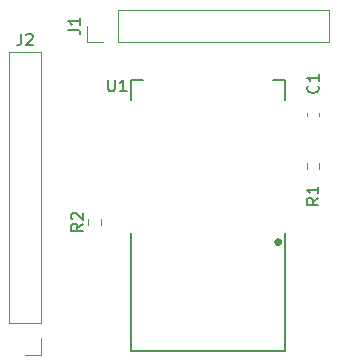
<source format=gbr>
%TF.GenerationSoftware,KiCad,Pcbnew,9.0.3*%
%TF.CreationDate,2025-09-19T00:55:14-04:00*%
%TF.ProjectId,UWB,5557422e-6b69-4636-9164-5f7063625858,rev?*%
%TF.SameCoordinates,Original*%
%TF.FileFunction,Legend,Top*%
%TF.FilePolarity,Positive*%
%FSLAX46Y46*%
G04 Gerber Fmt 4.6, Leading zero omitted, Abs format (unit mm)*
G04 Created by KiCad (PCBNEW 9.0.3) date 2025-09-19 00:55:14*
%MOMM*%
%LPD*%
G01*
G04 APERTURE LIST*
%ADD10C,0.150000*%
%ADD11C,0.120000*%
%ADD12C,0.127000*%
%ADD13C,0.500000*%
G04 APERTURE END LIST*
D10*
X9354819Y-10266666D02*
X8878628Y-10599999D01*
X9354819Y-10838094D02*
X8354819Y-10838094D01*
X8354819Y-10838094D02*
X8354819Y-10457142D01*
X8354819Y-10457142D02*
X8402438Y-10361904D01*
X8402438Y-10361904D02*
X8450057Y-10314285D01*
X8450057Y-10314285D02*
X8545295Y-10266666D01*
X8545295Y-10266666D02*
X8688152Y-10266666D01*
X8688152Y-10266666D02*
X8783390Y-10314285D01*
X8783390Y-10314285D02*
X8831009Y-10361904D01*
X8831009Y-10361904D02*
X8878628Y-10457142D01*
X8878628Y-10457142D02*
X8878628Y-10838094D01*
X9354819Y-9314285D02*
X9354819Y-9885713D01*
X9354819Y-9599999D02*
X8354819Y-9599999D01*
X8354819Y-9599999D02*
X8497676Y-9695237D01*
X8497676Y-9695237D02*
X8592914Y-9790475D01*
X8592914Y-9790475D02*
X8640533Y-9885713D01*
X-11815180Y3966666D02*
X-11100895Y3966666D01*
X-11100895Y3966666D02*
X-10958038Y3919047D01*
X-10958038Y3919047D02*
X-10862800Y3823809D01*
X-10862800Y3823809D02*
X-10815180Y3680952D01*
X-10815180Y3680952D02*
X-10815180Y3585714D01*
X-10815180Y4966666D02*
X-10815180Y4395238D01*
X-10815180Y4680952D02*
X-11815180Y4680952D01*
X-11815180Y4680952D02*
X-11672323Y4585714D01*
X-11672323Y4585714D02*
X-11577085Y4490476D01*
X-11577085Y4490476D02*
X-11529466Y4395238D01*
X-10575180Y-12466666D02*
X-11051371Y-12799999D01*
X-10575180Y-13038094D02*
X-11575180Y-13038094D01*
X-11575180Y-13038094D02*
X-11575180Y-12657142D01*
X-11575180Y-12657142D02*
X-11527561Y-12561904D01*
X-11527561Y-12561904D02*
X-11479942Y-12514285D01*
X-11479942Y-12514285D02*
X-11384704Y-12466666D01*
X-11384704Y-12466666D02*
X-11241847Y-12466666D01*
X-11241847Y-12466666D02*
X-11146609Y-12514285D01*
X-11146609Y-12514285D02*
X-11098990Y-12561904D01*
X-11098990Y-12561904D02*
X-11051371Y-12657142D01*
X-11051371Y-12657142D02*
X-11051371Y-13038094D01*
X-11479942Y-12085713D02*
X-11527561Y-12038094D01*
X-11527561Y-12038094D02*
X-11575180Y-11942856D01*
X-11575180Y-11942856D02*
X-11575180Y-11704761D01*
X-11575180Y-11704761D02*
X-11527561Y-11609523D01*
X-11527561Y-11609523D02*
X-11479942Y-11561904D01*
X-11479942Y-11561904D02*
X-11384704Y-11514285D01*
X-11384704Y-11514285D02*
X-11289466Y-11514285D01*
X-11289466Y-11514285D02*
X-11146609Y-11561904D01*
X-11146609Y-11561904D02*
X-10575180Y-12133332D01*
X-10575180Y-12133332D02*
X-10575180Y-11514285D01*
X-15813333Y3645180D02*
X-15813333Y2930895D01*
X-15813333Y2930895D02*
X-15860952Y2788038D01*
X-15860952Y2788038D02*
X-15956190Y2692800D01*
X-15956190Y2692800D02*
X-16099047Y2645180D01*
X-16099047Y2645180D02*
X-16194285Y2645180D01*
X-15384761Y3549942D02*
X-15337142Y3597561D01*
X-15337142Y3597561D02*
X-15241904Y3645180D01*
X-15241904Y3645180D02*
X-15003809Y3645180D01*
X-15003809Y3645180D02*
X-14908571Y3597561D01*
X-14908571Y3597561D02*
X-14860952Y3549942D01*
X-14860952Y3549942D02*
X-14813333Y3454704D01*
X-14813333Y3454704D02*
X-14813333Y3359466D01*
X-14813333Y3359466D02*
X-14860952Y3216609D01*
X-14860952Y3216609D02*
X-15432380Y2645180D01*
X-15432380Y2645180D02*
X-14813333Y2645180D01*
X9290830Y-766666D02*
X9338450Y-814285D01*
X9338450Y-814285D02*
X9386069Y-957142D01*
X9386069Y-957142D02*
X9386069Y-1052380D01*
X9386069Y-1052380D02*
X9338450Y-1195237D01*
X9338450Y-1195237D02*
X9243211Y-1290475D01*
X9243211Y-1290475D02*
X9147973Y-1338094D01*
X9147973Y-1338094D02*
X8957497Y-1385713D01*
X8957497Y-1385713D02*
X8814640Y-1385713D01*
X8814640Y-1385713D02*
X8624164Y-1338094D01*
X8624164Y-1338094D02*
X8528926Y-1290475D01*
X8528926Y-1290475D02*
X8433688Y-1195237D01*
X8433688Y-1195237D02*
X8386069Y-1052380D01*
X8386069Y-1052380D02*
X8386069Y-957142D01*
X8386069Y-957142D02*
X8433688Y-814285D01*
X8433688Y-814285D02*
X8481307Y-766666D01*
X9386069Y185714D02*
X9386069Y-385713D01*
X9386069Y-99999D02*
X8386069Y-99999D01*
X8386069Y-99999D02*
X8528926Y-195237D01*
X8528926Y-195237D02*
X8624164Y-290475D01*
X8624164Y-290475D02*
X8671783Y-385713D01*
X-8461904Y-254819D02*
X-8461904Y-1064342D01*
X-8461904Y-1064342D02*
X-8414285Y-1159580D01*
X-8414285Y-1159580D02*
X-8366666Y-1207200D01*
X-8366666Y-1207200D02*
X-8271428Y-1254819D01*
X-8271428Y-1254819D02*
X-8080952Y-1254819D01*
X-8080952Y-1254819D02*
X-7985714Y-1207200D01*
X-7985714Y-1207200D02*
X-7938095Y-1159580D01*
X-7938095Y-1159580D02*
X-7890476Y-1064342D01*
X-7890476Y-1064342D02*
X-7890476Y-254819D01*
X-6890476Y-1254819D02*
X-7461904Y-1254819D01*
X-7176190Y-1254819D02*
X-7176190Y-254819D01*
X-7176190Y-254819D02*
X-7271428Y-397676D01*
X-7271428Y-397676D02*
X-7366666Y-492914D01*
X-7366666Y-492914D02*
X-7461904Y-540533D01*
D11*
%TO.C,R1*%
X8377500Y-7345276D02*
X8377500Y-7854724D01*
X9422500Y-7345276D02*
X9422500Y-7854724D01*
%TO.C,J1*%
X-10270000Y2920000D02*
X-10270000Y4300000D01*
X-8890000Y2920000D02*
X-10270000Y2920000D01*
X-7620000Y5680000D02*
X10270000Y5680000D01*
X-7620000Y2920000D02*
X-7620000Y5680000D01*
X-7620000Y2920000D02*
X10270000Y2920000D01*
X10270000Y2920000D02*
X10270000Y5680000D01*
%TO.C,R2*%
X-10122500Y-12554724D02*
X-10122500Y-12045276D01*
X-9077500Y-12554724D02*
X-9077500Y-12045276D01*
%TO.C,J2*%
X-16860000Y-20890000D02*
X-16860000Y2080000D01*
X-14100000Y2080000D02*
X-16860000Y2080000D01*
X-14100000Y-20890000D02*
X-16860000Y-20890000D01*
X-14100000Y-20890000D02*
X-14100000Y2080000D01*
X-14100000Y-22160000D02*
X-14100000Y-23540000D01*
X-14100000Y-23540000D02*
X-15480000Y-23540000D01*
%TO.C,C1*%
X8421250Y-3346267D02*
X8421250Y-3053733D01*
X9441250Y-3346267D02*
X9441250Y-3053733D01*
D12*
%TO.C,U1*%
X6500000Y-23250000D02*
X-6500000Y-23250000D01*
X6500000Y-13250000D02*
X6500000Y-23250000D01*
X6500000Y-250000D02*
X6500000Y-1950000D01*
X6500000Y-250000D02*
X5500000Y-250000D01*
X-5500000Y-250000D02*
X-6500000Y-250000D01*
X-6500000Y-13250000D02*
X-6500000Y-23250000D01*
X-6500000Y-250000D02*
X-6500000Y-1950000D01*
D13*
X6050000Y-14024440D02*
G75*
G02*
X5850000Y-14024440I-100000J0D01*
G01*
X5850000Y-14024440D02*
G75*
G02*
X6050000Y-14024440I100000J0D01*
G01*
%TD*%
M02*

</source>
